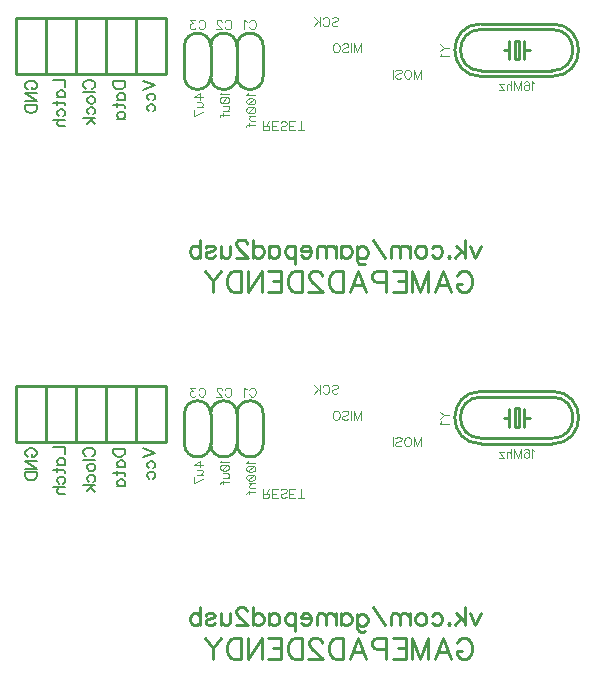
<source format=gbo>
G04 DipTrace 3.3.1.1*
G04 bottom_silk_gamepad_speedlink2dendy.gbo*
%MOMM*%
G04 #@! TF.FileFunction,Legend,Bot*
G04 #@! TF.Part,Single*
%ADD10C,0.25*%
%ADD17C,0.2353*%
%ADD18C,0.2745*%
%ADD58C,0.11765*%
%ADD59C,0.15686*%
%FSLAX35Y35*%
G04*
G71*
G90*
G75*
G01*
G04 BotSilk*
%LPD*%
X6303048Y3778419D2*
D10*
Y3524387D1*
X6080798Y3778419D2*
Y3524387D1*
X6303048D2*
G02X6080798Y3524387I-111125J16D01*
G01*
Y3778419D2*
G02X6303048Y3778419I111125J-16D01*
G01*
X6080515Y3778159D2*
Y3524127D1*
X5858265Y3778159D2*
Y3524127D1*
X6080515D2*
G02X5858265Y3524127I-111125J16D01*
G01*
Y3778159D2*
G02X6080515Y3778159I111125J-16D01*
G01*
X5857982Y3778419D2*
Y3524387D1*
X5635732Y3778419D2*
Y3524387D1*
X5857982D2*
G02X5635732Y3524387I-111125J16D01*
G01*
Y3778419D2*
G02X5857982Y3778419I111125J-16D01*
G01*
X5223100Y3540292D2*
Y4016542D1*
X4969100Y3540292D2*
Y4016542D1*
X4715100Y3540292D2*
Y4016542D1*
X4461100Y3540292D2*
Y4016542D1*
X5477100Y3540292D2*
X4207100D1*
Y4016542D1*
X5477100D1*
Y3540292D1*
X8750954Y3524413D2*
X8147659D1*
X8750954Y3968913D2*
X8147659D1*
X8750954Y3572019D2*
X8147659D1*
Y3921307D2*
X8750954D1*
X8385813Y3822895D2*
Y3746663D1*
Y3670432D1*
X8512800Y3822895D2*
Y3746663D1*
Y3670432D1*
X8385813Y3746663D2*
X8338140D1*
X8512800D2*
X8560473D1*
X8750954Y3968913D2*
G02X8750954Y3524413I-22J-222250D01*
G01*
X8147659D2*
G02X8147659Y3968913I22J222250D01*
G01*
X8750954Y3921307D2*
G02X8750954Y3572019I-89J-174644D01*
G01*
X8147659D2*
G02X8147659Y3921307I89J174644D01*
G01*
X8465232Y3826051D2*
X8433381D1*
Y3667276D1*
X8465232D1*
Y3826051D1*
X7946863Y1836907D2*
D18*
X7955320Y1853807D1*
X7972417Y1870910D1*
X7989317Y1879357D1*
X8023323D1*
X8040420Y1870910D1*
X8057320Y1853807D1*
X8065970Y1836907D1*
X8074420Y1811353D1*
Y1768707D1*
X8065970Y1743350D1*
X8057320Y1726253D1*
X8040420Y1709353D1*
X8023323Y1700703D1*
X7989317D1*
X7972417Y1709353D1*
X7955320Y1726253D1*
X7946863Y1743350D1*
Y1768707D1*
X7989317D1*
X7755760Y1700703D2*
X7823960Y1879357D1*
X7891963Y1700703D1*
X7866413Y1760260D2*
X7781310D1*
X7564857Y1700703D2*
Y1879357D1*
X7632857Y1700703D1*
X7700860Y1879357D1*
Y1700703D1*
X7399500Y1879357D2*
X7509957D1*
Y1700703D1*
X7399500D1*
X7509957Y1794257D2*
X7441950D1*
X7344597Y1785810D2*
X7267947D1*
X7242597Y1794257D1*
X7233947Y1802907D1*
X7225493Y1819800D1*
Y1845360D1*
X7233947Y1862260D1*
X7242597Y1870910D1*
X7267947Y1879357D1*
X7344597D1*
Y1700703D1*
X7034393D2*
X7102593Y1879357D1*
X7170597Y1700703D1*
X7145047Y1760260D2*
X7059940D1*
X6979493Y1879357D2*
Y1700703D1*
X6919937D1*
X6894387Y1709353D1*
X6877287Y1726253D1*
X6868840Y1743350D1*
X6860387Y1768707D1*
Y1811353D1*
X6868840Y1836907D1*
X6877287Y1853807D1*
X6894387Y1870910D1*
X6919937Y1879357D1*
X6979493D1*
X6796837Y1836710D2*
Y1845157D1*
X6788387Y1862260D1*
X6779933Y1870710D1*
X6762837Y1879163D1*
X6728833D1*
X6711937Y1870710D1*
X6703480Y1862260D1*
X6694833Y1845157D1*
Y1828257D1*
X6703480Y1811160D1*
X6720383Y1785810D1*
X6805483Y1700703D1*
X6686387D1*
X6631483Y1879357D2*
Y1700703D1*
X6571930D1*
X6546383Y1709353D1*
X6529280Y1726253D1*
X6520833Y1743350D1*
X6512380Y1768707D1*
Y1811353D1*
X6520833Y1836907D1*
X6529280Y1853807D1*
X6546383Y1870910D1*
X6571930Y1879357D1*
X6631483D1*
X6347020D2*
X6457477D1*
Y1700703D1*
X6347020D1*
X6457477Y1794257D2*
X6389470D1*
X6173017Y1879357D2*
Y1700703D1*
X6292120Y1879357D1*
Y1700703D1*
X6118117Y1879357D2*
Y1700703D1*
X6058567D1*
X6033017Y1709353D1*
X6015920Y1726253D1*
X6007463Y1743350D1*
X5999013Y1768707D1*
Y1811353D1*
X6007463Y1836907D1*
X6015920Y1853807D1*
X6033017Y1870910D1*
X6058567Y1879357D1*
X6118117D1*
X5944110D2*
X5876113Y1794257D1*
Y1700703D1*
X5808107Y1879357D2*
X5876113Y1794257D1*
X8143383Y2091777D2*
D17*
X8099583Y1989693D1*
X8055953Y2091777D1*
X8008893Y2142827D2*
Y1989693D1*
X7935947Y2091777D2*
X8008893Y2018840D1*
X7979747Y2047983D2*
X7928707Y1989693D1*
X7874400Y2004350D2*
X7881647Y1996933D1*
X7874400Y1989693D1*
X7866993Y1996933D1*
X7874400Y2004350D1*
X7732330Y2069883D2*
X7746987Y2084537D1*
X7761643Y2091777D1*
X7783373D1*
X7798030Y2084537D1*
X7812520Y2069883D1*
X7819933Y2047983D1*
Y2033493D1*
X7812520Y2011597D1*
X7798030Y1997107D1*
X7783373Y1989693D1*
X7761643D1*
X7746987Y1997107D1*
X7732330Y2011597D1*
X7648887Y2091777D2*
X7663370Y2084537D1*
X7678027Y2069883D1*
X7685273Y2047983D1*
Y2033493D1*
X7678027Y2011597D1*
X7663370Y1997107D1*
X7648887Y1989693D1*
X7626983D1*
X7612327Y1997107D1*
X7597843Y2011597D1*
X7590430Y2033493D1*
Y2047983D1*
X7597843Y2069883D1*
X7612327Y2084537D1*
X7626983Y2091777D1*
X7648887D1*
X7543370D2*
Y1989693D1*
Y2062640D2*
X7521467Y2084537D1*
X7506813Y2091777D1*
X7485080D1*
X7470423Y2084537D1*
X7463183Y2062640D1*
Y1989693D1*
Y2062640D2*
X7441280Y2084537D1*
X7426623Y2091777D1*
X7404893D1*
X7390237Y2084537D1*
X7382823Y2062640D1*
Y1989693D1*
X7335767D2*
X7233680Y2142657D1*
X7099187Y2084537D2*
Y1967797D1*
X7106433Y1946063D1*
X7113677Y1938650D1*
X7128330Y1931410D1*
X7150233D1*
X7164720Y1938650D1*
X7099187Y2062640D2*
X7113677Y2077130D1*
X7128330Y2084537D1*
X7150233D1*
X7164720Y2077130D1*
X7179380Y2062640D1*
X7186620Y2040743D1*
Y2026080D1*
X7179380Y2004350D1*
X7164720Y1989693D1*
X7150233Y1982453D1*
X7128330D1*
X7113677Y1989693D1*
X7099187Y2004350D1*
X6964697Y2091777D2*
Y1989693D1*
Y2069883D2*
X6979187Y2084537D1*
X6993840Y2091777D1*
X7015573D1*
X7030230Y2084537D1*
X7044720Y2069883D1*
X7052133Y2047983D1*
Y2033493D1*
X7044720Y2011597D1*
X7030230Y1997107D1*
X7015573Y1989693D1*
X6993840D1*
X6979187Y1997107D1*
X6964697Y2011597D1*
X6917637Y2091777D2*
Y1989693D1*
Y2062640D2*
X6895740Y2084537D1*
X6881087Y2091777D1*
X6859353D1*
X6844700Y2084537D1*
X6837450Y2062640D1*
Y1989693D1*
Y2062640D2*
X6815553Y2084537D1*
X6800897Y2091777D1*
X6779167D1*
X6764510Y2084537D1*
X6757097Y2062640D1*
Y1989693D1*
X6710037Y2047983D2*
X6622603D1*
Y2062640D1*
X6629850Y2077293D1*
X6637093Y2084537D1*
X6651747Y2091777D1*
X6673650D1*
X6688137Y2084537D1*
X6702797Y2069883D1*
X6710037Y2047983D1*
Y2033493D1*
X6702797Y2011597D1*
X6688137Y1997107D1*
X6673650Y1989693D1*
X6651747D1*
X6637093Y1997107D1*
X6622603Y2011597D1*
X6575550Y2091777D2*
Y1938650D1*
Y2069883D2*
X6560890Y2084370D1*
X6546403Y2091777D1*
X6524500D1*
X6509847Y2084370D1*
X6495363Y2069883D1*
X6487950Y2047983D1*
Y2033320D1*
X6495363Y2011597D1*
X6509847Y1996933D1*
X6524500Y1989693D1*
X6546403D1*
X6560890Y1996933D1*
X6575550Y2011597D1*
X6353460Y2091777D2*
Y1989693D1*
Y2069883D2*
X6367943Y2084537D1*
X6382600Y2091777D1*
X6404330D1*
X6418987Y2084537D1*
X6433477Y2069883D1*
X6440890Y2047983D1*
Y2033493D1*
X6433477Y2011597D1*
X6418987Y1997107D1*
X6404330Y1989693D1*
X6382600D1*
X6367943Y1997107D1*
X6353460Y2011597D1*
X6218967Y2142827D2*
Y1989693D1*
Y2069883D2*
X6233453Y2084537D1*
X6248110Y2091777D1*
X6270007D1*
X6284497Y2084537D1*
X6299153Y2069883D1*
X6306397Y2047983D1*
Y2033493D1*
X6299153Y2011597D1*
X6284497Y1997107D1*
X6270007Y1989693D1*
X6248110D1*
X6233453Y1997107D1*
X6218967Y2011597D1*
X6164493Y2106270D2*
Y2113517D1*
X6157250Y2128163D1*
X6150010Y2135413D1*
X6135353Y2142657D1*
X6106207D1*
X6091720Y2135413D1*
X6084477Y2128163D1*
X6077063Y2113517D1*
Y2099027D1*
X6084477Y2084370D1*
X6098967Y2062640D1*
X6171907Y1989693D1*
X6069820D1*
X6022763Y2091777D2*
Y2018840D1*
X6015517Y1997107D1*
X6000860Y1989693D1*
X5978960D1*
X5964470Y1997107D1*
X5942573Y2018840D1*
Y2091777D2*
Y1989693D1*
X5815327Y2069883D2*
X5822570Y2084537D1*
X5844473Y2091777D1*
X5866370D1*
X5888273Y2084537D1*
X5895517Y2069883D1*
X5888273Y2055390D1*
X5873613Y2047983D1*
X5837223Y2040743D1*
X5822570Y2033493D1*
X5815327Y2018840D1*
Y2011597D1*
X5822570Y1997107D1*
X5844473Y1989693D1*
X5866370D1*
X5888273Y1997107D1*
X5895517Y2011597D1*
X5768270Y2142827D2*
Y1989693D1*
Y2069883D2*
X5753613Y2084537D1*
X5739123Y2091777D1*
X5717227D1*
X5702737Y2084537D1*
X5688080Y2069883D1*
X5680840Y2047983D1*
Y2033493D1*
X5688080Y2011597D1*
X5702737Y1997107D1*
X5717227Y1989693D1*
X5739123D1*
X5753613Y1997107D1*
X5768270Y2011597D1*
X6185494Y3982926D2*
D58*
X6189116Y3990170D1*
X6196444Y3997498D1*
X6203688Y4001120D1*
X6218260D1*
X6225588Y3997498D1*
X6232832Y3990170D1*
X6236538Y3982926D1*
X6240160Y3971976D1*
Y3953698D1*
X6236538Y3942833D1*
X6232832Y3935505D1*
X6225588Y3928261D1*
X6218260Y3924555D1*
X6203688D1*
X6196444Y3928261D1*
X6189116Y3935505D1*
X6185494Y3942833D1*
X6161965Y3986464D2*
X6154637Y3990170D1*
X6143687Y4001036D1*
Y3924555D1*
X6174373Y3380494D2*
X6170666Y3373166D1*
X6159801Y3362216D1*
X6236282D1*
X6159801Y3316786D2*
X6163423Y3327736D1*
X6174373Y3335065D1*
X6192566Y3338686D1*
X6203516D1*
X6221710Y3335064D1*
X6232660Y3327736D1*
X6236282Y3316786D1*
Y3309543D1*
X6232660Y3298593D1*
X6221710Y3291349D1*
X6203516Y3287643D1*
X6192566D1*
X6174373Y3291349D1*
X6163423Y3298593D1*
X6159801Y3309543D1*
Y3316786D1*
X6174373Y3291349D2*
X6221710Y3335064D1*
X6159801Y3242213D2*
X6163423Y3253163D1*
X6174373Y3260491D1*
X6192566Y3264113D1*
X6203516D1*
X6221710Y3260491D1*
X6232660Y3253163D1*
X6236282Y3242213D1*
Y3234969D1*
X6232660Y3224019D1*
X6221710Y3216775D1*
X6203517Y3213069D1*
X6192567D1*
X6174373Y3216776D1*
X6163423Y3224019D1*
X6159801Y3234969D1*
Y3242213D1*
X6174373Y3216776D2*
X6221710Y3260491D1*
X6185238Y3189540D2*
X6236282D1*
X6199810D2*
X6188860Y3178590D1*
X6185238Y3171262D1*
Y3160396D1*
X6188860Y3153068D1*
X6199810Y3149446D1*
X6236282D1*
X6159716Y3096773D2*
Y3104017D1*
X6163338Y3111345D1*
X6174288Y3114967D1*
X6236282D1*
X6185238Y3125917D2*
Y3100395D1*
X5979344Y3982666D2*
X5982966Y3989910D1*
X5990294Y3997238D1*
X5997538Y4000860D1*
X6012110D1*
X6019438Y3997238D1*
X6026681Y3989910D1*
X6030388Y3982666D1*
X6034010Y3971716D1*
Y3953438D1*
X6030388Y3942573D1*
X6026681Y3935245D1*
X6019438Y3928001D1*
X6012110Y3924295D1*
X5997538D1*
X5990294Y3928001D1*
X5982966Y3935245D1*
X5979344Y3942573D1*
X5952108Y3982582D2*
Y3986204D1*
X5948486Y3993532D1*
X5944864Y3997154D1*
X5937536Y4000776D1*
X5922964D1*
X5915720Y3997154D1*
X5912099Y3993532D1*
X5908392Y3986204D1*
Y3978960D1*
X5912099Y3971632D1*
X5919342Y3960766D1*
X5955814Y3924295D1*
X5904770D1*
X5951839Y3390577D2*
X5948133Y3383249D1*
X5937267Y3372299D1*
X6013749D1*
X5937267Y3326870D2*
X5940889Y3337820D1*
X5951839Y3345148D1*
X5970033Y3348770D1*
X5980983D1*
X5999177Y3345148D1*
X6010127Y3337820D1*
X6013749Y3326870D1*
Y3319626D1*
X6010127Y3308676D1*
X5999177Y3301432D1*
X5980983Y3297726D1*
X5970033D1*
X5951839Y3301432D1*
X5940889Y3308676D1*
X5937267Y3319626D1*
Y3326870D1*
X5951839Y3301432D2*
X5999177Y3345148D1*
X5962705Y3274197D2*
X5999177D1*
X6010043Y3270575D1*
X6013749Y3263247D1*
Y3252297D1*
X6010043Y3245053D1*
X5999177Y3234103D1*
X5962705D2*
X6013749D1*
X5937183Y3181430D2*
Y3188674D1*
X5940805Y3196002D1*
X5951755Y3199624D1*
X6013749Y3199623D1*
X5962705Y3210574D2*
Y3185052D1*
X5756810Y3982926D2*
X5760432Y3990170D1*
X5767760Y3997498D1*
X5775004Y4001120D1*
X5789576D1*
X5796904Y3997498D1*
X5804148Y3990170D1*
X5807854Y3982926D1*
X5811476Y3971976D1*
Y3953698D1*
X5807854Y3942833D1*
X5804148Y3935505D1*
X5796904Y3928261D1*
X5789576Y3924555D1*
X5775004D1*
X5767760Y3928261D1*
X5760432Y3935505D1*
X5756810Y3942833D1*
X5725953Y4001036D2*
X5685943D1*
X5707759Y3971892D1*
X5696809D1*
X5689565Y3968270D1*
X5685943Y3964648D1*
X5682237Y3953698D1*
Y3946455D1*
X5685943Y3935505D1*
X5693187Y3928176D1*
X5704137Y3924555D1*
X5715087D1*
X5725953Y3928176D1*
X5729575Y3931883D1*
X5733281Y3939126D1*
X5791216Y3346223D2*
X5714734D1*
X5765694Y3382695D1*
Y3328029D1*
X5740172Y3304499D2*
X5776644D1*
X5787509Y3300877D1*
X5791216Y3293549D1*
Y3282599D1*
X5787509Y3275355D1*
X5776644Y3264406D1*
X5740172D2*
X5791216Y3264405D1*
Y3226304D2*
X5714734Y3189833D1*
Y3240876D1*
X7797967Y3796711D2*
X7834438Y3767567D1*
X7874532D1*
X7797966Y3738424D2*
X7834438Y3767567D1*
X7812623Y3714894D2*
X7808916Y3707566D1*
X7798051Y3696616D1*
X7874532D1*
X8598411Y3468035D2*
X8591083Y3471742D1*
X8580133Y3482607D1*
Y3406126D1*
X8512888Y3471742D2*
X8516510Y3478985D1*
X8527460Y3482607D1*
X8534704D1*
X8545654Y3478985D1*
X8552982Y3468035D1*
X8556604Y3449842D1*
Y3431648D1*
X8552982Y3417076D1*
X8545654Y3409748D1*
X8534704Y3406126D1*
X8531082D1*
X8520216Y3409748D1*
X8512888Y3417076D1*
X8509266Y3428026D1*
Y3431648D1*
X8512888Y3442598D1*
X8520216Y3449842D1*
X8531082Y3453464D1*
X8534704D1*
X8545654Y3449842D1*
X8552982Y3442598D1*
X8556604Y3431648D1*
X8427449Y3406126D2*
Y3482692D1*
X8456593Y3406126D1*
X8485736Y3482692D1*
Y3406126D1*
X8403919Y3482692D2*
Y3406126D1*
Y3442598D2*
X8392969Y3453548D1*
X8385641Y3457170D1*
X8374691D1*
X8367447Y3453548D1*
X8363826Y3442598D1*
Y3406126D1*
X8340296Y3457170D2*
X8300202D1*
X8340296Y3406126D1*
X8300202D1*
X5286227Y3487605D2*
D59*
X5388314Y3448747D1*
X5286227Y3409888D1*
X5334856Y3320116D2*
X5325085Y3329887D1*
X5320256Y3339657D1*
Y3354145D1*
X5325085Y3363916D1*
X5334856Y3373574D1*
X5349456Y3378516D1*
X5359115D1*
X5373715Y3373574D1*
X5383373Y3363916D1*
X5388315Y3354145D1*
Y3339657D1*
X5383373Y3329887D1*
X5373715Y3320116D1*
X5334856Y3230343D2*
X5325085Y3240114D1*
X5320256Y3249885D1*
Y3264373D1*
X5325085Y3274143D1*
X5334856Y3283802D1*
X5349456Y3288743D1*
X5359115D1*
X5373715Y3283802D1*
X5383373Y3274143D1*
X5388315Y3264373D1*
Y3249885D1*
X5383373Y3240114D1*
X5373714Y3230343D1*
X5032227Y3484453D2*
X5134314D1*
Y3450424D1*
X5129373Y3435824D1*
X5119714Y3426053D1*
X5109944Y3421224D1*
X5095456Y3416395D1*
X5071085D1*
X5056485Y3421224D1*
X5046827Y3426053D1*
X5037056Y3435824D1*
X5032227Y3450424D1*
Y3484453D1*
X5066256Y3326734D2*
X5134314D1*
X5080856D2*
X5071085Y3336393D1*
X5066256Y3346164D1*
Y3360651D1*
X5071085Y3370422D1*
X5080856Y3380081D1*
X5095456Y3385022D1*
X5105115D1*
X5119714Y3380081D1*
X5129373Y3370422D1*
X5134314Y3360651D1*
Y3346164D1*
X5129373Y3336393D1*
X5119715Y3326734D1*
X5032227Y3280762D2*
X5114885D1*
X5129373Y3275933D1*
X5134315Y3266162D1*
Y3256503D1*
X5066256Y3295362D2*
Y3261333D1*
Y3166843D2*
X5134314D1*
X5080856D2*
X5071085Y3176502D1*
X5066256Y3186273D1*
Y3200760D1*
X5071085Y3210531D1*
X5080856Y3220190D1*
X5095456Y3225131D1*
X5105115D1*
X5119715Y3220189D1*
X5129373Y3210531D1*
X5134315Y3200760D1*
Y3186273D1*
X5129373Y3176502D1*
X5119714Y3166843D1*
X4802485Y3419798D2*
X4792827Y3424627D1*
X4783056Y3434398D1*
X4778227Y3444056D1*
Y3463485D1*
X4783056Y3473256D1*
X4792827Y3482915D1*
X4802485Y3487856D1*
X4817085Y3492685D1*
X4841456D1*
X4855944Y3487856D1*
X4865714Y3482915D1*
X4875373Y3473256D1*
X4880314Y3463485D1*
Y3444056D1*
X4875373Y3434398D1*
X4865714Y3424627D1*
X4855944Y3419798D1*
X4778227Y3388425D2*
X4880314D1*
X4812256Y3332794D2*
X4817085Y3342453D1*
X4826856Y3352223D1*
X4841456Y3357053D1*
X4851115D1*
X4865714Y3352223D1*
X4875373Y3342453D1*
X4880314Y3332794D1*
Y3318194D1*
X4875373Y3308423D1*
X4865715Y3298765D1*
X4851115Y3293823D1*
X4841456D1*
X4826856Y3298765D1*
X4817085Y3308423D1*
X4812256Y3318194D1*
Y3332794D1*
X4826856Y3204051D2*
X4817085Y3213822D1*
X4812256Y3223593D1*
Y3238080D1*
X4817085Y3247851D1*
X4826856Y3257509D1*
X4841456Y3262451D1*
X4851115D1*
X4865715Y3257509D1*
X4875373Y3247851D1*
X4880315Y3238080D1*
Y3223592D1*
X4875373Y3213822D1*
X4865715Y3204051D1*
X4778227Y3172679D2*
X4880315Y3172678D1*
X4812256Y3124049D2*
X4860885Y3172678D1*
X4841456Y3153249D2*
X4880314Y3119220D1*
X4524227Y3496126D2*
X4626314D1*
Y3437838D1*
X4558256Y3348178D2*
X4626314D1*
X4572856D2*
X4563085Y3357836D1*
X4558256Y3367607D1*
Y3382095D1*
X4563085Y3391865D1*
X4572856Y3401524D1*
X4587456Y3406465D1*
X4597114D1*
X4611714Y3401524D1*
X4621373Y3391865D1*
X4626314Y3382095D1*
Y3367607D1*
X4621373Y3357836D1*
X4611714Y3348178D1*
X4524227Y3302205D2*
X4606885D1*
X4621373Y3297376D1*
X4626314Y3287605D1*
Y3277947D1*
X4558256Y3316805D2*
Y3282776D1*
X4572856Y3188174D2*
X4563085Y3197945D1*
X4558256Y3207716D1*
Y3222204D1*
X4563085Y3231974D1*
X4572856Y3241633D1*
X4587456Y3246574D1*
X4597115D1*
X4611715Y3241633D1*
X4621373Y3231974D1*
X4626315Y3222203D1*
Y3207716D1*
X4621373Y3197945D1*
X4611715Y3188174D1*
X4524227Y3156802D2*
X4626315D1*
X4577685D2*
X4563085Y3142202D1*
X4558256Y3132431D1*
Y3117831D1*
X4563085Y3108173D1*
X4577685Y3103343D1*
X4626314D1*
X4310359Y3413332D2*
X4300700Y3418161D1*
X4290929Y3427932D1*
X4286100Y3437590D1*
Y3457020D1*
X4290929Y3466790D1*
X4300700Y3476449D1*
X4310359Y3481390D1*
X4324959Y3486220D1*
X4349329D1*
X4363817Y3481390D1*
X4373588Y3476449D1*
X4383246Y3466790D1*
X4388188Y3457020D1*
Y3437590D1*
X4383246Y3427932D1*
X4373588Y3418161D1*
X4363817Y3413332D1*
X4349329D1*
Y3437590D1*
X4286100Y3313901D2*
X4388188D1*
X4286100Y3381959D1*
X4388188D1*
X4286100Y3282529D2*
X4388188Y3282528D1*
Y3248499D1*
X4383246Y3233899D1*
X4373588Y3224129D1*
X4363817Y3219299D1*
X4349329Y3214470D1*
X4324959D1*
X4310359Y3219299D1*
X4300700Y3224129D1*
X4290929Y3233899D1*
X4286100Y3248499D1*
Y3282529D1*
X6885794Y4014938D2*
D58*
X6893038Y4022266D1*
X6903988Y4025888D1*
X6918560D1*
X6929510Y4022266D1*
X6936838Y4014938D1*
Y4007694D1*
X6933132Y4000366D1*
X6929510Y3996744D1*
X6922266Y3993123D1*
X6900366Y3985794D1*
X6893038Y3982173D1*
X6889416Y3978466D1*
X6885794Y3971223D1*
Y3960273D1*
X6893038Y3953029D1*
X6903988Y3949323D1*
X6918560D1*
X6929510Y3953029D1*
X6936838Y3960273D1*
X6807599Y4007694D2*
X6811221Y4014938D1*
X6818549Y4022266D1*
X6825793Y4025888D1*
X6840365D1*
X6847693Y4022266D1*
X6854937Y4014938D1*
X6858643Y4007694D1*
X6862265Y3996744D1*
Y3978466D1*
X6858643Y3967601D1*
X6854937Y3960273D1*
X6847693Y3953029D1*
X6840365Y3949323D1*
X6825793D1*
X6818549Y3953029D1*
X6811221Y3960273D1*
X6807599Y3967601D1*
X6784070Y4025888D2*
Y3949323D1*
X6733026Y4025888D2*
X6784070Y3974844D1*
X6765876Y3993123D2*
X6733026Y3949323D1*
X7071695Y3727073D2*
Y3803638D1*
X7100839Y3727073D1*
X7129983Y3803638D1*
Y3727073D1*
X7048166Y3803638D2*
Y3727073D1*
X6973593Y3792688D2*
X6980837Y3800016D1*
X6991787Y3803638D1*
X7006359D1*
X7017309Y3800016D1*
X7024637Y3792688D1*
Y3785444D1*
X7020930Y3778116D1*
X7017309Y3774494D1*
X7010065Y3770873D1*
X6988165Y3763544D1*
X6980837Y3759923D1*
X6977215Y3756216D1*
X6973593Y3748973D1*
Y3738023D1*
X6980837Y3730779D1*
X6991787Y3727073D1*
X7006359D1*
X7017309Y3730779D1*
X7024637Y3738023D1*
X6928163Y3803638D2*
X6935491Y3800016D1*
X6942735Y3792688D1*
X6946441Y3785444D1*
X6950063Y3774494D1*
Y3756216D1*
X6946441Y3745351D1*
X6942735Y3738023D1*
X6935491Y3730779D1*
X6928163Y3727073D1*
X6913591D1*
X6906348Y3730779D1*
X6899020Y3738023D1*
X6895398Y3745351D1*
X6891776Y3756216D1*
Y3774494D1*
X6895398Y3785444D1*
X6899020Y3792688D1*
X6906348Y3800016D1*
X6913591Y3803638D1*
X6928163D1*
X7579695Y3504823D2*
Y3581388D1*
X7608839Y3504823D1*
X7637983Y3581388D1*
Y3504823D1*
X7534266Y3581388D2*
X7541594Y3577766D1*
X7548838Y3570438D1*
X7552544Y3563194D1*
X7556166Y3552244D1*
Y3533966D1*
X7552544Y3523101D1*
X7548838Y3515773D1*
X7541594Y3508529D1*
X7534266Y3504823D1*
X7519694D1*
X7512450Y3508529D1*
X7505122Y3515773D1*
X7501500Y3523101D1*
X7497878Y3533966D1*
Y3552244D1*
X7501500Y3563194D1*
X7505122Y3570438D1*
X7512450Y3577766D1*
X7519694Y3581388D1*
X7534266D1*
X7423305Y3570438D2*
X7430549Y3577766D1*
X7441499Y3581388D1*
X7456071D1*
X7467021Y3577766D1*
X7474349Y3570438D1*
Y3563194D1*
X7470643Y3555866D1*
X7467021Y3552244D1*
X7459777Y3548623D1*
X7437877Y3541294D1*
X7430549Y3537673D1*
X7426927Y3533966D1*
X7423305Y3526723D1*
Y3515773D1*
X7430549Y3508529D1*
X7441499Y3504823D1*
X7456071D1*
X7467021Y3508529D1*
X7474349Y3515773D1*
X7399776Y3581388D2*
Y3504823D1*
X6304400Y3103487D2*
X6337165D1*
X6348115Y3099781D1*
X6351822Y3096159D1*
X6355444Y3088915D1*
Y3081587D1*
X6351822Y3074343D1*
X6348115Y3070637D1*
X6337165Y3067015D1*
X6304400D1*
Y3143581D1*
X6329922Y3103487D2*
X6355444Y3143581D1*
X6426311Y3067015D2*
X6378973D1*
Y3143581D1*
X6426311D1*
X6378973Y3103487D2*
X6408117D1*
X6500884Y3077965D2*
X6493640Y3070637D1*
X6482690Y3067015D1*
X6468118D1*
X6457168Y3070637D1*
X6449840Y3077965D1*
Y3085209D1*
X6453546Y3092537D1*
X6457168Y3096159D1*
X6464412Y3099781D1*
X6486312Y3107109D1*
X6493640Y3110731D1*
X6497262Y3114437D1*
X6500884Y3121681D1*
Y3132631D1*
X6493640Y3139875D1*
X6482690Y3143581D1*
X6468118D1*
X6457168Y3139875D1*
X6449840Y3132631D1*
X6571751Y3067015D2*
X6524413D1*
Y3143581D1*
X6571751D1*
X6524413Y3103487D2*
X6553557D1*
X6620802Y3067015D2*
Y3143581D1*
X6595280Y3067015D2*
X6646324D1*
X6303048Y6890246D2*
D10*
Y6636214D1*
X6080798Y6890246D2*
Y6636214D1*
X6303048D2*
G02X6080798Y6636214I-111125J16D01*
G01*
Y6890246D2*
G02X6303048Y6890246I111125J-16D01*
G01*
X6080515Y6889986D2*
Y6635954D1*
X5858265Y6889986D2*
Y6635954D1*
X6080515D2*
G02X5858265Y6635954I-111125J16D01*
G01*
Y6889986D2*
G02X6080515Y6889986I111125J-16D01*
G01*
X5857982Y6890246D2*
Y6636214D1*
X5635732Y6890246D2*
Y6636214D1*
X5857982D2*
G02X5635732Y6636214I-111125J16D01*
G01*
Y6890246D2*
G02X5857982Y6890246I111125J-16D01*
G01*
X5223100Y6652118D2*
Y7128368D1*
X4969100Y6652118D2*
Y7128368D1*
X4715100Y6652118D2*
Y7128368D1*
X4461100Y6652118D2*
Y7128368D1*
X5477100Y6652118D2*
X4207100D1*
Y7128368D1*
X5477100D1*
Y6652118D1*
X8750954Y6636240D2*
X8147659D1*
X8750954Y7080740D2*
X8147659D1*
X8750954Y6683846D2*
X8147659D1*
Y7033134D2*
X8750954D1*
X8385813Y6934722D2*
Y6858490D1*
Y6782258D1*
X8512800Y6934722D2*
Y6858490D1*
Y6782258D1*
X8385813Y6858490D2*
X8338140D1*
X8512800D2*
X8560473D1*
X8750954Y7080740D2*
G02X8750954Y6636240I-22J-222250D01*
G01*
X8147659D2*
G02X8147659Y7080740I22J222250D01*
G01*
X8750954Y7033134D2*
G02X8750954Y6683846I-89J-174644D01*
G01*
X8147659D2*
G02X8147659Y7033134I89J174644D01*
G01*
X8465232Y6937878D2*
X8433381D1*
Y6779102D1*
X8465232D1*
Y6937878D1*
X7946863Y4948733D2*
D18*
X7955320Y4965633D1*
X7972417Y4982737D1*
X7989317Y4991183D1*
X8023323D1*
X8040420Y4982737D1*
X8057320Y4965633D1*
X8065970Y4948733D1*
X8074420Y4923180D1*
Y4880533D1*
X8065970Y4855177D1*
X8057320Y4838080D1*
X8040420Y4821180D1*
X8023323Y4812530D1*
X7989317D1*
X7972417Y4821180D1*
X7955320Y4838080D1*
X7946863Y4855177D1*
Y4880533D1*
X7989317D1*
X7755760Y4812530D2*
X7823960Y4991183D1*
X7891963Y4812530D1*
X7866413Y4872087D2*
X7781310D1*
X7564857Y4812530D2*
Y4991183D1*
X7632857Y4812530D1*
X7700860Y4991183D1*
Y4812530D1*
X7399500Y4991183D2*
X7509957D1*
Y4812530D1*
X7399500D1*
X7509957Y4906083D2*
X7441950D1*
X7344597Y4897637D2*
X7267947D1*
X7242597Y4906083D1*
X7233947Y4914733D1*
X7225493Y4931627D1*
Y4957187D1*
X7233947Y4974087D1*
X7242597Y4982737D1*
X7267947Y4991183D1*
X7344597D1*
Y4812530D1*
X7034393D2*
X7102593Y4991183D1*
X7170597Y4812530D1*
X7145047Y4872087D2*
X7059940D1*
X6979493Y4991183D2*
Y4812530D1*
X6919937D1*
X6894387Y4821180D1*
X6877287Y4838080D1*
X6868840Y4855177D1*
X6860387Y4880533D1*
Y4923180D1*
X6868840Y4948733D1*
X6877287Y4965633D1*
X6894387Y4982737D1*
X6919937Y4991183D1*
X6979493D1*
X6796837Y4948537D2*
Y4956983D1*
X6788387Y4974087D1*
X6779933Y4982537D1*
X6762837Y4990990D1*
X6728833D1*
X6711937Y4982537D1*
X6703480Y4974087D1*
X6694833Y4956983D1*
Y4940083D1*
X6703480Y4922987D1*
X6720383Y4897637D1*
X6805483Y4812530D1*
X6686387D1*
X6631483Y4991183D2*
Y4812530D1*
X6571930D1*
X6546383Y4821180D1*
X6529280Y4838080D1*
X6520833Y4855177D1*
X6512380Y4880533D1*
Y4923180D1*
X6520833Y4948733D1*
X6529280Y4965633D1*
X6546383Y4982737D1*
X6571930Y4991183D1*
X6631483D1*
X6347020D2*
X6457477D1*
Y4812530D1*
X6347020D1*
X6457477Y4906083D2*
X6389470D1*
X6173017Y4991183D2*
Y4812530D1*
X6292120Y4991183D1*
Y4812530D1*
X6118117Y4991183D2*
Y4812530D1*
X6058567D1*
X6033017Y4821180D1*
X6015920Y4838080D1*
X6007463Y4855177D1*
X5999013Y4880533D1*
Y4923180D1*
X6007463Y4948733D1*
X6015920Y4965633D1*
X6033017Y4982737D1*
X6058567Y4991183D1*
X6118117D1*
X5944110D2*
X5876113Y4906083D1*
Y4812530D1*
X5808107Y4991183D2*
X5876113Y4906083D1*
X8143383Y5203603D2*
D17*
X8099583Y5101520D1*
X8055953Y5203603D1*
X8008893Y5254653D2*
Y5101520D1*
X7935947Y5203603D2*
X8008893Y5130667D1*
X7979747Y5159810D2*
X7928707Y5101520D1*
X7874400Y5116177D2*
X7881647Y5108760D1*
X7874400Y5101520D1*
X7866993Y5108760D1*
X7874400Y5116177D1*
X7732330Y5181710D2*
X7746987Y5196363D1*
X7761643Y5203603D1*
X7783373D1*
X7798030Y5196363D1*
X7812520Y5181710D1*
X7819933Y5159810D1*
Y5145320D1*
X7812520Y5123423D1*
X7798030Y5108933D1*
X7783373Y5101520D1*
X7761643D1*
X7746987Y5108933D1*
X7732330Y5123423D1*
X7648887Y5203603D2*
X7663370Y5196363D1*
X7678027Y5181710D1*
X7685273Y5159810D1*
Y5145320D1*
X7678027Y5123423D1*
X7663370Y5108933D1*
X7648887Y5101520D1*
X7626983D1*
X7612327Y5108933D1*
X7597843Y5123423D1*
X7590430Y5145320D1*
Y5159810D1*
X7597843Y5181710D1*
X7612327Y5196363D1*
X7626983Y5203603D1*
X7648887D1*
X7543370D2*
Y5101520D1*
Y5174467D2*
X7521467Y5196363D1*
X7506813Y5203603D1*
X7485080D1*
X7470423Y5196363D1*
X7463183Y5174467D1*
Y5101520D1*
Y5174467D2*
X7441280Y5196363D1*
X7426623Y5203603D1*
X7404893D1*
X7390237Y5196363D1*
X7382823Y5174467D1*
Y5101520D1*
X7335767D2*
X7233680Y5254483D1*
X7099187Y5196363D2*
Y5079623D1*
X7106433Y5057890D1*
X7113677Y5050477D1*
X7128330Y5043237D1*
X7150233D1*
X7164720Y5050477D1*
X7099187Y5174467D2*
X7113677Y5188957D1*
X7128330Y5196363D1*
X7150233D1*
X7164720Y5188957D1*
X7179380Y5174467D1*
X7186620Y5152570D1*
Y5137907D1*
X7179380Y5116177D1*
X7164720Y5101520D1*
X7150233Y5094280D1*
X7128330D1*
X7113677Y5101520D1*
X7099187Y5116177D1*
X6964697Y5203603D2*
Y5101520D1*
Y5181710D2*
X6979187Y5196363D1*
X6993840Y5203603D1*
X7015573D1*
X7030230Y5196363D1*
X7044720Y5181710D1*
X7052133Y5159810D1*
Y5145320D1*
X7044720Y5123423D1*
X7030230Y5108933D1*
X7015573Y5101520D1*
X6993840D1*
X6979187Y5108933D1*
X6964697Y5123423D1*
X6917637Y5203603D2*
Y5101520D1*
Y5174467D2*
X6895740Y5196363D1*
X6881087Y5203603D1*
X6859353D1*
X6844700Y5196363D1*
X6837450Y5174467D1*
Y5101520D1*
Y5174467D2*
X6815553Y5196363D1*
X6800897Y5203603D1*
X6779167D1*
X6764510Y5196363D1*
X6757097Y5174467D1*
Y5101520D1*
X6710037Y5159810D2*
X6622603D1*
Y5174467D1*
X6629850Y5189120D1*
X6637093Y5196363D1*
X6651747Y5203603D1*
X6673650D1*
X6688137Y5196363D1*
X6702797Y5181710D1*
X6710037Y5159810D1*
Y5145320D1*
X6702797Y5123423D1*
X6688137Y5108933D1*
X6673650Y5101520D1*
X6651747D1*
X6637093Y5108933D1*
X6622603Y5123423D1*
X6575550Y5203603D2*
Y5050477D1*
Y5181710D2*
X6560890Y5196197D1*
X6546403Y5203603D1*
X6524500D1*
X6509847Y5196197D1*
X6495363Y5181710D1*
X6487950Y5159810D1*
Y5145147D1*
X6495363Y5123423D1*
X6509847Y5108760D1*
X6524500Y5101520D1*
X6546403D1*
X6560890Y5108760D1*
X6575550Y5123423D1*
X6353460Y5203603D2*
Y5101520D1*
Y5181710D2*
X6367943Y5196363D1*
X6382600Y5203603D1*
X6404330D1*
X6418987Y5196363D1*
X6433477Y5181710D1*
X6440890Y5159810D1*
Y5145320D1*
X6433477Y5123423D1*
X6418987Y5108933D1*
X6404330Y5101520D1*
X6382600D1*
X6367943Y5108933D1*
X6353460Y5123423D1*
X6218967Y5254653D2*
Y5101520D1*
Y5181710D2*
X6233453Y5196363D1*
X6248110Y5203603D1*
X6270007D1*
X6284497Y5196363D1*
X6299153Y5181710D1*
X6306397Y5159810D1*
Y5145320D1*
X6299153Y5123423D1*
X6284497Y5108933D1*
X6270007Y5101520D1*
X6248110D1*
X6233453Y5108933D1*
X6218967Y5123423D1*
X6164493Y5218097D2*
Y5225343D1*
X6157250Y5239990D1*
X6150010Y5247240D1*
X6135353Y5254483D1*
X6106207D1*
X6091720Y5247240D1*
X6084477Y5239990D1*
X6077063Y5225343D1*
Y5210853D1*
X6084477Y5196197D1*
X6098967Y5174467D1*
X6171907Y5101520D1*
X6069820D1*
X6022763Y5203603D2*
Y5130667D1*
X6015517Y5108933D1*
X6000860Y5101520D1*
X5978960D1*
X5964470Y5108933D1*
X5942573Y5130667D1*
Y5203603D2*
Y5101520D1*
X5815327Y5181710D2*
X5822570Y5196363D1*
X5844473Y5203603D1*
X5866370D1*
X5888273Y5196363D1*
X5895517Y5181710D1*
X5888273Y5167217D1*
X5873613Y5159810D1*
X5837223Y5152570D1*
X5822570Y5145320D1*
X5815327Y5130667D1*
Y5123423D1*
X5822570Y5108933D1*
X5844473Y5101520D1*
X5866370D1*
X5888273Y5108933D1*
X5895517Y5123423D1*
X5768270Y5254653D2*
Y5101520D1*
Y5181710D2*
X5753613Y5196363D1*
X5739123Y5203603D1*
X5717227D1*
X5702737Y5196363D1*
X5688080Y5181710D1*
X5680840Y5159810D1*
Y5145320D1*
X5688080Y5123423D1*
X5702737Y5108933D1*
X5717227Y5101520D1*
X5739123D1*
X5753613Y5108933D1*
X5768270Y5123423D1*
X6185494Y7094753D2*
D58*
X6189116Y7101997D1*
X6196444Y7109325D1*
X6203688Y7112947D1*
X6218260D1*
X6225588Y7109325D1*
X6232832Y7101997D1*
X6236538Y7094753D1*
X6240160Y7083803D1*
Y7065525D1*
X6236538Y7054659D1*
X6232832Y7047331D1*
X6225588Y7040087D1*
X6218260Y7036381D1*
X6203688D1*
X6196444Y7040087D1*
X6189116Y7047331D1*
X6185494Y7054659D1*
X6161965Y7098291D2*
X6154637Y7101997D1*
X6143687Y7112863D1*
Y7036381D1*
X6174373Y6492321D2*
X6170666Y6484993D1*
X6159801Y6474043D1*
X6236282Y6474042D1*
X6159801Y6428613D2*
X6163423Y6439563D1*
X6174373Y6446891D1*
X6192566Y6450513D1*
X6203516D1*
X6221710Y6446891D1*
X6232660Y6439563D1*
X6236282Y6428613D1*
Y6421369D1*
X6232660Y6410419D1*
X6221710Y6403175D1*
X6203516Y6399469D1*
X6192566D1*
X6174373Y6403175D1*
X6163423Y6410419D1*
X6159801Y6421369D1*
Y6428613D1*
X6174373Y6403175D2*
X6221710Y6446891D1*
X6159801Y6354040D2*
X6163423Y6364990D1*
X6174373Y6372318D1*
X6192566Y6375940D1*
X6203516D1*
X6221710Y6372318D1*
X6232660Y6364990D1*
X6236282Y6354040D1*
Y6346796D1*
X6232660Y6335846D1*
X6221710Y6328602D1*
X6203517Y6324896D1*
X6192567D1*
X6174373Y6328602D1*
X6163423Y6335846D1*
X6159801Y6346796D1*
Y6354040D1*
X6174373Y6328602D2*
X6221710Y6372318D1*
X6185238Y6301367D2*
X6236282D1*
X6199810D2*
X6188860Y6290417D1*
X6185238Y6283089D1*
Y6272223D1*
X6188860Y6264895D1*
X6199810Y6261273D1*
X6236282D1*
X6159716Y6208600D2*
Y6215844D1*
X6163338Y6223172D1*
X6174288Y6226794D1*
X6236282D1*
X6185238Y6237744D2*
Y6212222D1*
X5979344Y7094493D2*
X5982966Y7101737D1*
X5990294Y7109065D1*
X5997538Y7112687D1*
X6012110D1*
X6019438Y7109065D1*
X6026681Y7101737D1*
X6030388Y7094493D1*
X6034010Y7083543D1*
Y7065265D1*
X6030388Y7054399D1*
X6026681Y7047071D1*
X6019438Y7039827D1*
X6012110Y7036121D1*
X5997538D1*
X5990294Y7039827D1*
X5982966Y7047071D1*
X5979344Y7054399D1*
X5952108Y7094409D2*
Y7098031D1*
X5948486Y7105359D1*
X5944864Y7108981D1*
X5937536Y7112603D1*
X5922964D1*
X5915720Y7108981D1*
X5912099Y7105359D1*
X5908392Y7098031D1*
Y7090787D1*
X5912099Y7083459D1*
X5919342Y7072593D1*
X5955814Y7036121D1*
X5904770D1*
X5951839Y6502404D2*
X5948133Y6495076D1*
X5937267Y6484126D1*
X6013749D1*
X5937267Y6438697D2*
X5940889Y6449647D1*
X5951839Y6456975D1*
X5970033Y6460596D1*
X5980983D1*
X5999177Y6456975D1*
X6010127Y6449646D1*
X6013749Y6438696D1*
Y6431453D1*
X6010127Y6420503D1*
X5999177Y6413259D1*
X5980983Y6409553D1*
X5970033D1*
X5951839Y6413259D1*
X5940889Y6420503D1*
X5937267Y6431453D1*
Y6438697D1*
X5951839Y6413259D2*
X5999177Y6456975D1*
X5962705Y6386023D2*
X5999177D1*
X6010043Y6382401D1*
X6013749Y6375073D1*
Y6364123D1*
X6010043Y6356879D1*
X5999177Y6345929D1*
X5962705Y6345930D2*
X6013749Y6345929D1*
X5937183Y6293256D2*
Y6300500D1*
X5940805Y6307828D1*
X5951755Y6311450D1*
X6013749D1*
X5962705Y6322400D2*
Y6296878D1*
X5756810Y7094753D2*
X5760432Y7101997D1*
X5767760Y7109325D1*
X5775004Y7112947D1*
X5789576D1*
X5796904Y7109325D1*
X5804148Y7101997D1*
X5807854Y7094753D1*
X5811476Y7083803D1*
Y7065525D1*
X5807854Y7054659D1*
X5804148Y7047331D1*
X5796904Y7040087D1*
X5789576Y7036381D1*
X5775004D1*
X5767760Y7040087D1*
X5760432Y7047331D1*
X5756810Y7054659D1*
X5725953Y7112863D2*
X5685943D1*
X5707759Y7083719D1*
X5696809D1*
X5689565Y7080097D1*
X5685943Y7076475D1*
X5682237Y7065525D1*
Y7058281D1*
X5685943Y7047331D1*
X5693187Y7040003D1*
X5704137Y7036381D1*
X5715087D1*
X5725953Y7040003D1*
X5729575Y7043709D1*
X5733281Y7050953D1*
X5791216Y6458049D2*
X5714734D1*
X5765694Y6494521D1*
Y6439855D1*
X5740172Y6416326D2*
X5776644D1*
X5787509Y6412704D1*
X5791216Y6405376D1*
Y6394426D1*
X5787509Y6387182D1*
X5776644Y6376232D1*
X5740172D2*
X5791216D1*
Y6338131D2*
X5714734Y6301659D1*
Y6352703D1*
X7797967Y6908538D2*
X7834438Y6879394D1*
X7874532D1*
X7797966Y6850250D2*
X7834438Y6879394D1*
X7812623Y6826721D2*
X7808916Y6819393D1*
X7798051Y6808443D1*
X7874532D1*
X8598411Y6579862D2*
X8591083Y6583568D1*
X8580133Y6594434D1*
Y6517953D1*
X8512888Y6583568D2*
X8516510Y6590812D1*
X8527460Y6594434D1*
X8534704D1*
X8545654Y6590812D1*
X8552982Y6579862D1*
X8556604Y6561668D1*
Y6543474D1*
X8552982Y6528903D1*
X8545654Y6521574D1*
X8534704Y6517953D1*
X8531082D1*
X8520216Y6521574D1*
X8512888Y6528903D1*
X8509266Y6539853D1*
Y6543474D1*
X8512888Y6554424D1*
X8520216Y6561668D1*
X8531082Y6565290D1*
X8534704D1*
X8545654Y6561668D1*
X8552982Y6554424D1*
X8556604Y6543474D1*
X8427449Y6517953D2*
Y6594518D1*
X8456593Y6517953D1*
X8485736Y6594518D1*
Y6517953D1*
X8403919Y6594518D2*
Y6517953D1*
Y6554424D2*
X8392969Y6565374D1*
X8385641Y6568996D1*
X8374691D1*
X8367447Y6565374D1*
X8363826Y6554424D1*
Y6517953D1*
X8340296Y6568996D2*
X8300202D1*
X8340296Y6517953D1*
X8300202D1*
X5286227Y6599432D2*
D59*
X5388314Y6560573D1*
X5286227Y6521715D1*
X5334856Y6431943D2*
X5325085Y6441713D1*
X5320256Y6451484D1*
Y6465972D1*
X5325085Y6475742D1*
X5334856Y6485401D1*
X5349456Y6490342D1*
X5359115D1*
X5373715Y6485401D1*
X5383373Y6475742D1*
X5388315Y6465972D1*
Y6451484D1*
X5383373Y6441713D1*
X5373715Y6431942D1*
X5334856Y6342170D2*
X5325085Y6351941D1*
X5320256Y6361712D1*
Y6376199D1*
X5325085Y6385970D1*
X5334856Y6395629D1*
X5349456Y6400570D1*
X5359115D1*
X5373715Y6395628D1*
X5383373Y6385970D1*
X5388315Y6376199D1*
Y6361712D1*
X5383373Y6351941D1*
X5373714Y6342170D1*
X5032227Y6596280D2*
X5134314D1*
Y6562251D1*
X5129373Y6547651D1*
X5119714Y6537880D1*
X5109944Y6533051D1*
X5095456Y6528221D1*
X5071085D1*
X5056485Y6533051D1*
X5046827Y6537880D1*
X5037056Y6547651D1*
X5032227Y6562251D1*
Y6596280D1*
X5066256Y6438561D2*
X5134314D1*
X5080856D2*
X5071085Y6448220D1*
X5066256Y6457990D1*
Y6472478D1*
X5071085Y6482249D1*
X5080856Y6491907D1*
X5095456Y6496849D1*
X5105115D1*
X5119714Y6491907D1*
X5129373Y6482249D1*
X5134314Y6472478D1*
Y6457990D1*
X5129373Y6448220D1*
X5119715Y6438561D1*
X5032227Y6392589D2*
X5114885D1*
X5129373Y6387759D1*
X5134315Y6377989D1*
Y6368330D1*
X5066256Y6407189D2*
Y6373159D1*
Y6278670D2*
X5134314D1*
X5080856D2*
X5071085Y6288329D1*
X5066256Y6298099D1*
Y6312587D1*
X5071085Y6322358D1*
X5080856Y6332016D1*
X5095456Y6336958D1*
X5105115D1*
X5119715Y6332016D1*
X5129373Y6322358D1*
X5134315Y6312587D1*
Y6298099D1*
X5129373Y6288329D1*
X5119714Y6278670D1*
X4802485Y6531624D2*
X4792827Y6536454D1*
X4783056Y6546224D1*
X4778227Y6555883D1*
Y6575312D1*
X4783056Y6585083D1*
X4792827Y6594741D1*
X4802485Y6599683D1*
X4817085Y6604512D1*
X4841456D1*
X4855944Y6599683D1*
X4865714Y6594741D1*
X4875373Y6585083D1*
X4880314Y6575312D1*
Y6555883D1*
X4875373Y6546224D1*
X4865714Y6536454D1*
X4855944Y6531624D1*
X4778227Y6500252D2*
X4880314D1*
X4812256Y6444621D2*
X4817085Y6454279D1*
X4826856Y6464050D1*
X4841456Y6468879D1*
X4851115D1*
X4865714Y6464050D1*
X4875373Y6454279D1*
X4880314Y6444621D1*
Y6430021D1*
X4875373Y6420250D1*
X4865715Y6410592D1*
X4851115Y6405650D1*
X4841456D1*
X4826856Y6410592D1*
X4817085Y6420250D1*
X4812256Y6430021D1*
Y6444621D1*
X4826856Y6315878D2*
X4817085Y6325648D1*
X4812256Y6335419D1*
Y6349907D1*
X4817085Y6359678D1*
X4826856Y6369336D1*
X4841456Y6374278D1*
X4851115D1*
X4865715Y6369336D1*
X4875373Y6359678D1*
X4880315Y6349907D1*
Y6335419D1*
X4875373Y6325648D1*
X4865715Y6315878D1*
X4778227Y6284505D2*
X4880315D1*
X4812256Y6235876D2*
X4860885Y6284505D1*
X4841456Y6265076D2*
X4880314Y6231047D1*
X4524227Y6607952D2*
X4626314D1*
Y6549665D1*
X4558256Y6460004D2*
X4626314D1*
X4572856D2*
X4563085Y6469663D1*
X4558256Y6479434D1*
Y6493921D1*
X4563085Y6503692D1*
X4572856Y6513351D1*
X4587456Y6518292D1*
X4597114D1*
X4611714Y6513351D1*
X4621373Y6503692D1*
X4626314Y6493921D1*
Y6479434D1*
X4621373Y6469663D1*
X4611714Y6460004D1*
X4524227Y6414032D2*
X4606885D1*
X4621373Y6409203D1*
X4626314Y6399432D1*
Y6389773D1*
X4558256Y6428632D2*
Y6394603D1*
X4572856Y6300001D2*
X4563085Y6309772D1*
X4558256Y6319543D1*
Y6334030D1*
X4563085Y6343801D1*
X4572856Y6353459D1*
X4587456Y6358401D1*
X4597115D1*
X4611715Y6353459D1*
X4621373Y6343801D1*
X4626315Y6334030D1*
Y6319542D1*
X4621373Y6309772D1*
X4611715Y6300001D1*
X4524227Y6268629D2*
X4626315Y6268628D1*
X4577685Y6268629D2*
X4563085Y6254029D1*
X4558256Y6244258D1*
Y6229658D1*
X4563085Y6219999D1*
X4577685Y6215170D1*
X4626314D1*
X4310359Y6525159D2*
X4300700Y6529988D1*
X4290929Y6539759D1*
X4286100Y6549417D1*
Y6568846D1*
X4290929Y6578617D1*
X4300700Y6588275D1*
X4310359Y6593217D1*
X4324959Y6598046D1*
X4349329D1*
X4363817Y6593217D1*
X4373588Y6588275D1*
X4383246Y6578617D1*
X4388188Y6568846D1*
Y6549417D1*
X4383246Y6539759D1*
X4373588Y6529988D1*
X4363817Y6525159D1*
X4349329D1*
Y6549417D1*
X4286100Y6425728D2*
X4388188D1*
X4286100Y6493786D1*
X4388188D1*
X4286100Y6394355D2*
X4388188D1*
Y6360326D1*
X4383246Y6345726D1*
X4373588Y6335955D1*
X4363817Y6331126D1*
X4349329Y6326297D1*
X4324959D1*
X4310359Y6331126D1*
X4300700Y6335955D1*
X4290929Y6345726D1*
X4286100Y6360326D1*
Y6394355D1*
X6885794Y7126765D2*
D58*
X6893038Y7134093D1*
X6903988Y7137715D1*
X6918560D1*
X6929510Y7134093D1*
X6936838Y7126765D1*
Y7119521D1*
X6933132Y7112193D1*
X6929510Y7108571D1*
X6922266Y7104949D1*
X6900366Y7097621D1*
X6893038Y7093999D1*
X6889416Y7090293D1*
X6885794Y7083049D1*
Y7072099D1*
X6893038Y7064855D1*
X6903988Y7061149D1*
X6918560D1*
X6929510Y7064855D1*
X6936838Y7072099D1*
X6807599Y7119521D2*
X6811221Y7126765D1*
X6818549Y7134093D1*
X6825793Y7137715D1*
X6840365D1*
X6847693Y7134093D1*
X6854937Y7126765D1*
X6858643Y7119521D1*
X6862265Y7108571D1*
Y7090293D1*
X6858643Y7079427D1*
X6854937Y7072099D1*
X6847693Y7064855D1*
X6840365Y7061149D1*
X6825793D1*
X6818549Y7064855D1*
X6811221Y7072099D1*
X6807599Y7079427D1*
X6784070Y7137715D2*
Y7061149D1*
X6733026Y7137715D2*
X6784070Y7086671D1*
X6765876Y7104949D2*
X6733026Y7061149D1*
X7071695Y6838899D2*
Y6915465D1*
X7100839Y6838899D1*
X7129983Y6915465D1*
Y6838899D1*
X7048166Y6915465D2*
Y6838899D1*
X6973593Y6904515D2*
X6980837Y6911843D1*
X6991787Y6915465D1*
X7006359D1*
X7017309Y6911843D1*
X7024637Y6904515D1*
Y6897271D1*
X7020930Y6889943D1*
X7017309Y6886321D1*
X7010065Y6882699D1*
X6988165Y6875371D1*
X6980837Y6871749D1*
X6977215Y6868043D1*
X6973593Y6860799D1*
Y6849849D1*
X6980837Y6842605D1*
X6991787Y6838899D1*
X7006359D1*
X7017309Y6842605D1*
X7024637Y6849849D1*
X6928163Y6915465D2*
X6935491Y6911843D1*
X6942735Y6904515D1*
X6946441Y6897271D1*
X6950063Y6886321D1*
Y6868043D1*
X6946441Y6857177D1*
X6942735Y6849849D1*
X6935491Y6842605D1*
X6928163Y6838899D1*
X6913591D1*
X6906348Y6842605D1*
X6899020Y6849849D1*
X6895398Y6857177D1*
X6891776Y6868043D1*
Y6886321D1*
X6895398Y6897271D1*
X6899020Y6904515D1*
X6906348Y6911843D1*
X6913591Y6915465D1*
X6928163D1*
X7579695Y6616649D2*
Y6693215D1*
X7608839Y6616649D1*
X7637983Y6693215D1*
Y6616649D1*
X7534266Y6693215D2*
X7541594Y6689593D1*
X7548838Y6682265D1*
X7552544Y6675021D1*
X7556166Y6664071D1*
Y6645793D1*
X7552544Y6634927D1*
X7548838Y6627599D1*
X7541594Y6620355D1*
X7534266Y6616649D1*
X7519694D1*
X7512450Y6620355D1*
X7505122Y6627599D1*
X7501500Y6634927D1*
X7497878Y6645793D1*
Y6664071D1*
X7501500Y6675021D1*
X7505122Y6682265D1*
X7512450Y6689593D1*
X7519694Y6693215D1*
X7534266D1*
X7423305Y6682265D2*
X7430549Y6689593D1*
X7441499Y6693215D1*
X7456071D1*
X7467021Y6689593D1*
X7474349Y6682265D1*
Y6675021D1*
X7470643Y6667693D1*
X7467021Y6664071D1*
X7459777Y6660449D1*
X7437877Y6653121D1*
X7430549Y6649499D1*
X7426927Y6645793D1*
X7423305Y6638549D1*
Y6627599D1*
X7430549Y6620355D1*
X7441499Y6616649D1*
X7456071D1*
X7467021Y6620355D1*
X7474349Y6627599D1*
X7399776Y6693215D2*
Y6616649D1*
X6304400Y6215314D2*
X6337165D1*
X6348115Y6211608D1*
X6351822Y6207986D1*
X6355444Y6200742D1*
Y6193414D1*
X6351822Y6186170D1*
X6348115Y6182464D1*
X6337165Y6178842D1*
X6304400D1*
Y6255408D1*
X6329922Y6215314D2*
X6355444Y6255408D1*
X6426311Y6178842D2*
X6378973D1*
Y6255408D1*
X6426311D1*
X6378973Y6215314D2*
X6408117D1*
X6500884Y6189792D2*
X6493640Y6182464D1*
X6482690Y6178842D1*
X6468118D1*
X6457168Y6182464D1*
X6449840Y6189792D1*
Y6197036D1*
X6453546Y6204364D1*
X6457168Y6207986D1*
X6464412Y6211608D1*
X6486312Y6218936D1*
X6493640Y6222558D1*
X6497262Y6226264D1*
X6500884Y6233508D1*
Y6244458D1*
X6493640Y6251701D1*
X6482690Y6255408D1*
X6468118D1*
X6457168Y6251701D1*
X6449840Y6244458D1*
X6571751Y6178842D2*
X6524413D1*
Y6255408D1*
X6571751D1*
X6524413Y6215314D2*
X6553557D1*
X6620802Y6178842D2*
Y6255408D1*
X6595280Y6178842D2*
X6646324D1*
M02*

</source>
